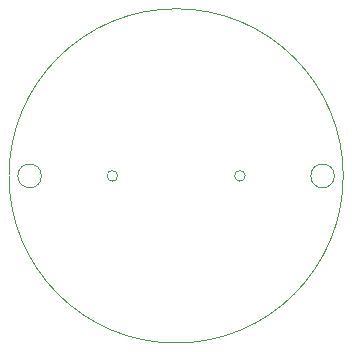
<source format=gm1>
%TF.GenerationSoftware,KiCad,Pcbnew,7.0.10*%
%TF.CreationDate,2024-04-29T22:23:39+02:00*%
%TF.ProjectId,GhostControllerLED,47686f73-7443-46f6-9e74-726f6c6c6572,rev?*%
%TF.SameCoordinates,Original*%
%TF.FileFunction,Profile,NP*%
%FSLAX46Y46*%
G04 Gerber Fmt 4.6, Leading zero omitted, Abs format (unit mm)*
G04 Created by KiCad (PCBNEW 7.0.10) date 2024-04-29 22:23:39*
%MOMM*%
%LPD*%
G01*
G04 APERTURE LIST*
%TA.AperFunction,Profile*%
%ADD10C,0.100000*%
%TD*%
%TA.AperFunction,Profile*%
%ADD11C,0.050000*%
%TD*%
G04 APERTURE END LIST*
D10*
X37867285Y-48650000D02*
G75*
G03*
X35867285Y-48650000I-1000000J0D01*
G01*
X35867285Y-48650000D02*
G75*
G03*
X37867285Y-48650000I1000000J0D01*
G01*
X62667285Y-48650000D02*
G75*
G03*
X60667285Y-48650000I-1000000J0D01*
G01*
X60667285Y-48650000D02*
G75*
G03*
X62667285Y-48650000I1000000J0D01*
G01*
X63417285Y-48650000D02*
G75*
G03*
X35117285Y-48650000I-14150000J0D01*
G01*
X35117285Y-48650000D02*
G75*
G03*
X63417285Y-48650000I14150000J0D01*
G01*
D11*
%TO.C,NoUSB*%
X55117285Y-48650000D02*
G75*
G03*
X54217285Y-48650000I-450000J0D01*
G01*
X54217285Y-48650000D02*
G75*
G03*
X55117285Y-48650000I450000J0D01*
G01*
X44317285Y-48650000D02*
G75*
G03*
X43417285Y-48650000I-450000J0D01*
G01*
X43417285Y-48650000D02*
G75*
G03*
X44317285Y-48650000I450000J0D01*
G01*
%TD*%
M02*

</source>
